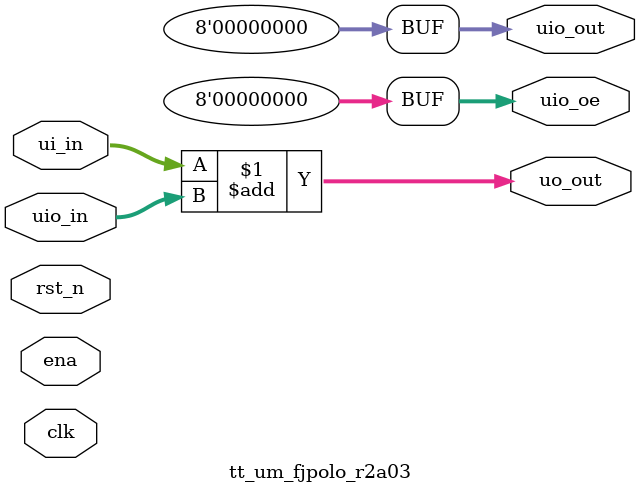
<source format=v>
/*
 * ToDo: License here
 */

`default_nettype none

module tt_um_fjpolo_r2a03 (
    input  wire [7:0] ui_in,    // Dedicated inputs
    output wire [7:0] uo_out,   // Dedicated outputs
    input  wire [7:0] uio_in,   // IOs: Input path
    output wire [7:0] uio_out,  // IOs: Output path
    output wire [7:0] uio_oe,   // IOs: Enable path (active high: 0=input, 1=output)
    input  wire       ena,      // will go high when the design is enabled
    input  wire       clk,      // clock
    input  wire       rst_n     // reset_n - low to reset
);

  // All output pins must be assigned. If not used, assign to 0.
  assign uo_out  = ui_in + uio_in;  // Example: ou_out is the sum of ui_in and uio_in
  assign uio_out = 0;
  assign uio_oe  = 0;

//     // We have to multiplex the 16 bits of (A) address bus and 8 control signals into
//     // the 8 output pins that are available in TinyTapeout.
//     //
//     // 1) TinyTapeout clock has to be divided by 4 to get the Z80 clock and
//     // 2) Output pins see the following sequence:
//     //   1st cycle --- control signals {m1_n, mreq_n, iorq_n, rd_n, wr_n, rfsh_n, halt_n, busak_n}
//     //   2nd cycle --- {A0 - A7}
//     //   3rd cycle --- repeated control signals
//     //   4th cycle --- {A8 - A15}

//     reg [1:0] clk_counter;
//     always @(posedge clk)
//         clk_counter <= (rst_n) ? clk_counter + 1 : 0;
//     wire z80_clk = (rst_n) ? clk_counter[1:0] == 0: clk; // Z80 clock is pulsed once every 4 TinyTapeout clock cycles

//     wire  [7:0] ctrl_signals;
//     wire [15:0] addr_bus;
//     assign uo_out = (clk_counter[0] == 0) ? ctrl_signals :
//                     (clk_counter[1] == 0) ? addr_bus[7:0] :
//                                             addr_bus[15:8];
//     // always @(*) begin
//     //     case(clk_counter[1:0])
//     //         2'd0:  assign uo_out = ctrl_signals;
//     //         2'd1:  assign uo_out = addr_bus[7:0];
//     //         2'd2:  assign uo_out = ctrl_signals;
//     //         2'd3:  assign uo_out = addr_bus[15:8];
//     //     endcase
//     // end
    
//     wire wr = ~ctrl_signals[4];
//     assign uio_oe  = {8{wr}}; // (active high: 0=input, 1=output)

//     z80 z80 (
//         .clk     (z80_clk),
//         .cen     (ena),
//         .reset_n (rst_n),
//         .wait_n  (ui_in[0]),
//         .int_n   (ui_in[1]),
//         .nmi_n   (ui_in[2]),
//         .busrq_n (ui_in[3]),
//         .di      (uio_in),
//         .dout    (uio_out),
//         .A       (addr_bus),
//         .m1_n    (ctrl_signals[0]),
//         .mreq_n  (ctrl_signals[1]),
//         .iorq_n  (ctrl_signals[2]),
//         .rd_n    (ctrl_signals[3]),
//         .wr_n    (ctrl_signals[4]),
//         .rfsh_n  (ctrl_signals[5]),
//         .halt_n  (ctrl_signals[6]),
//         .busak_n (ctrl_signals[7])
//     );
// endmodule

// module z80 (
//     input  wire         clk,
//     input  wire         cen,
//     input  wire         reset_n,
//     input  wire         wait_n,
//     input  wire         int_n,
//     input  wire         nmi_n,
//     input  wire         busrq_n,

//     input  wire [7:0]   di,
//     output wire [7:0]   dout,

//     output wire [15:0]  A,
//     output wire         m1_n,
//     output wire         mreq_n,
//     output wire         iorq_n,
//     output wire         rd_n,
//     output wire         wr_n,
//     output wire         rfsh_n,
//     output wire         halt_n,
//     output wire         busak_n
// );

//     tv80s #(
//         .Mode(0),   // Z80 mode
//         .T2Write(1),// wr_n active in T2
//         .IOWait(1)  // std I/O cycle
//     ) tv80s (
//         .reset_n (reset_n),
//         .clk (clk),
//         .cen (cen),
//         .wait_n (wait_n),
//         .int_n (int_n),
//         .nmi_n (nmi_n),
//         .busrq_n (busrq_n),
//         .m1_n (m1_n),
//         .mreq_n (mreq_n),
//         .iorq_n (iorq_n),
//         .rd_n (rd_n),
//         .wr_n (wr_n),
//         .rfsh_n (rfsh_n),
//         .halt_n (halt_n),
//         .busak_n (busak_n),
//         .A (A),
//         .di (di),
//         .dout (dout)
//     );

endmodule
</source>
